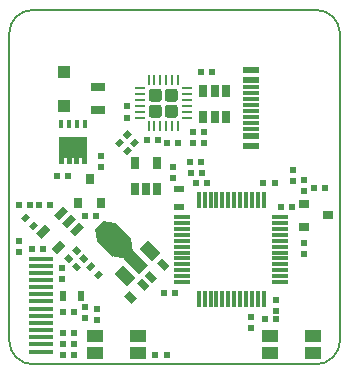
<source format=gtp>
G04 #@! TF.GenerationSoftware,KiCad,Pcbnew,5.1.5-52549c5~84~ubuntu19.10.1*
G04 #@! TF.CreationDate,2020-03-01T19:43:28+01:00*
G04 #@! TF.ProjectId,C245,43323435-2e6b-4696-9361-645f70636258,rev?*
G04 #@! TF.SameCoordinates,Original*
G04 #@! TF.FileFunction,Paste,Top*
G04 #@! TF.FilePolarity,Positive*
%FSLAX46Y46*%
G04 Gerber Fmt 4.6, Leading zero omitted, Abs format (unit mm)*
G04 Created by KiCad (PCBNEW 5.1.5-52549c5~84~ubuntu19.10.1) date 2020-03-01 19:43:28*
%MOMM*%
%LPD*%
G04 APERTURE LIST*
%ADD10C,0.150000*%
%ADD11R,0.250000X0.825000*%
%ADD12R,0.825000X0.250000*%
%ADD13C,0.100000*%
%ADD14R,0.600000X0.900000*%
%ADD15R,1.400000X1.050000*%
%ADD16R,1.475000X0.300000*%
%ADD17R,0.300000X1.475000*%
%ADD18R,0.500000X0.600000*%
%ADD19R,0.600000X0.500000*%
%ADD20R,1.300000X0.700000*%
%ADD21R,0.900000X0.600000*%
%ADD22R,0.650000X1.060000*%
%ADD23R,0.900000X0.800000*%
%ADD24R,0.420000X0.700000*%
%ADD25R,0.800000X0.900000*%
%ADD26R,2.000000X0.320000*%
%ADD27R,1.450000X0.600000*%
%ADD28R,1.450000X0.300000*%
%ADD29R,1.100000X1.100000*%
G04 APERTURE END LIST*
D10*
X88000000Y-120000001D02*
G75*
G02X85999999Y-118000000I0J2000001D01*
G01*
X114000001Y-118000000D02*
G75*
G02X112000000Y-120000001I-2000001J0D01*
G01*
X112000000Y-89999999D02*
G75*
G02X114000001Y-92000000I0J-2000001D01*
G01*
X86000000Y-92000000D02*
G75*
G02X88000000Y-90000000I2000000J0D01*
G01*
X86000000Y-92000000D02*
X85999999Y-118000000D01*
X112000000Y-90000000D02*
X88000000Y-90000000D01*
X114000000Y-118000000D02*
X114000000Y-92000000D01*
X88000000Y-120000001D02*
X112000000Y-120000001D01*
G36*
X91900000Y-101200000D02*
G01*
X91900000Y-102200000D01*
X90900000Y-102200000D01*
X90900000Y-101200000D01*
X91900000Y-101200000D01*
G37*
X91900000Y-101200000D02*
X91900000Y-102200000D01*
X90900000Y-102200000D01*
X90900000Y-101200000D01*
X91900000Y-101200000D01*
D11*
X100300000Y-99862500D03*
X99800000Y-99862500D03*
X99300000Y-99862500D03*
X98800000Y-99862500D03*
X98300000Y-99862500D03*
X97800000Y-99862500D03*
D12*
X97087500Y-99150000D03*
X97087500Y-98650000D03*
X97087500Y-98150000D03*
X97087500Y-97650000D03*
X97087500Y-97150000D03*
X97087500Y-96650000D03*
D11*
X97800000Y-95937500D03*
X98300000Y-95937500D03*
X98800000Y-95937500D03*
X99300000Y-95937500D03*
X99800000Y-95937500D03*
X100300000Y-95937500D03*
D12*
X101012500Y-96650000D03*
X101012500Y-97150000D03*
X101012500Y-97650000D03*
X101012500Y-98150000D03*
X101012500Y-98650000D03*
X101012500Y-99150000D03*
D13*
G36*
X98694504Y-96681204D02*
G01*
X98718773Y-96684804D01*
X98742571Y-96690765D01*
X98765671Y-96699030D01*
X98787849Y-96709520D01*
X98808893Y-96722133D01*
X98828598Y-96736747D01*
X98846777Y-96753223D01*
X98863253Y-96771402D01*
X98877867Y-96791107D01*
X98890480Y-96812151D01*
X98900970Y-96834329D01*
X98909235Y-96857429D01*
X98915196Y-96881227D01*
X98918796Y-96905496D01*
X98920000Y-96930000D01*
X98920000Y-97520000D01*
X98918796Y-97544504D01*
X98915196Y-97568773D01*
X98909235Y-97592571D01*
X98900970Y-97615671D01*
X98890480Y-97637849D01*
X98877867Y-97658893D01*
X98863253Y-97678598D01*
X98846777Y-97696777D01*
X98828598Y-97713253D01*
X98808893Y-97727867D01*
X98787849Y-97740480D01*
X98765671Y-97750970D01*
X98742571Y-97759235D01*
X98718773Y-97765196D01*
X98694504Y-97768796D01*
X98670000Y-97770000D01*
X98080000Y-97770000D01*
X98055496Y-97768796D01*
X98031227Y-97765196D01*
X98007429Y-97759235D01*
X97984329Y-97750970D01*
X97962151Y-97740480D01*
X97941107Y-97727867D01*
X97921402Y-97713253D01*
X97903223Y-97696777D01*
X97886747Y-97678598D01*
X97872133Y-97658893D01*
X97859520Y-97637849D01*
X97849030Y-97615671D01*
X97840765Y-97592571D01*
X97834804Y-97568773D01*
X97831204Y-97544504D01*
X97830000Y-97520000D01*
X97830000Y-96930000D01*
X97831204Y-96905496D01*
X97834804Y-96881227D01*
X97840765Y-96857429D01*
X97849030Y-96834329D01*
X97859520Y-96812151D01*
X97872133Y-96791107D01*
X97886747Y-96771402D01*
X97903223Y-96753223D01*
X97921402Y-96736747D01*
X97941107Y-96722133D01*
X97962151Y-96709520D01*
X97984329Y-96699030D01*
X98007429Y-96690765D01*
X98031227Y-96684804D01*
X98055496Y-96681204D01*
X98080000Y-96680000D01*
X98670000Y-96680000D01*
X98694504Y-96681204D01*
G37*
G36*
X98694504Y-98031204D02*
G01*
X98718773Y-98034804D01*
X98742571Y-98040765D01*
X98765671Y-98049030D01*
X98787849Y-98059520D01*
X98808893Y-98072133D01*
X98828598Y-98086747D01*
X98846777Y-98103223D01*
X98863253Y-98121402D01*
X98877867Y-98141107D01*
X98890480Y-98162151D01*
X98900970Y-98184329D01*
X98909235Y-98207429D01*
X98915196Y-98231227D01*
X98918796Y-98255496D01*
X98920000Y-98280000D01*
X98920000Y-98870000D01*
X98918796Y-98894504D01*
X98915196Y-98918773D01*
X98909235Y-98942571D01*
X98900970Y-98965671D01*
X98890480Y-98987849D01*
X98877867Y-99008893D01*
X98863253Y-99028598D01*
X98846777Y-99046777D01*
X98828598Y-99063253D01*
X98808893Y-99077867D01*
X98787849Y-99090480D01*
X98765671Y-99100970D01*
X98742571Y-99109235D01*
X98718773Y-99115196D01*
X98694504Y-99118796D01*
X98670000Y-99120000D01*
X98080000Y-99120000D01*
X98055496Y-99118796D01*
X98031227Y-99115196D01*
X98007429Y-99109235D01*
X97984329Y-99100970D01*
X97962151Y-99090480D01*
X97941107Y-99077867D01*
X97921402Y-99063253D01*
X97903223Y-99046777D01*
X97886747Y-99028598D01*
X97872133Y-99008893D01*
X97859520Y-98987849D01*
X97849030Y-98965671D01*
X97840765Y-98942571D01*
X97834804Y-98918773D01*
X97831204Y-98894504D01*
X97830000Y-98870000D01*
X97830000Y-98280000D01*
X97831204Y-98255496D01*
X97834804Y-98231227D01*
X97840765Y-98207429D01*
X97849030Y-98184329D01*
X97859520Y-98162151D01*
X97872133Y-98141107D01*
X97886747Y-98121402D01*
X97903223Y-98103223D01*
X97921402Y-98086747D01*
X97941107Y-98072133D01*
X97962151Y-98059520D01*
X97984329Y-98049030D01*
X98007429Y-98040765D01*
X98031227Y-98034804D01*
X98055496Y-98031204D01*
X98080000Y-98030000D01*
X98670000Y-98030000D01*
X98694504Y-98031204D01*
G37*
G36*
X100044504Y-96681204D02*
G01*
X100068773Y-96684804D01*
X100092571Y-96690765D01*
X100115671Y-96699030D01*
X100137849Y-96709520D01*
X100158893Y-96722133D01*
X100178598Y-96736747D01*
X100196777Y-96753223D01*
X100213253Y-96771402D01*
X100227867Y-96791107D01*
X100240480Y-96812151D01*
X100250970Y-96834329D01*
X100259235Y-96857429D01*
X100265196Y-96881227D01*
X100268796Y-96905496D01*
X100270000Y-96930000D01*
X100270000Y-97520000D01*
X100268796Y-97544504D01*
X100265196Y-97568773D01*
X100259235Y-97592571D01*
X100250970Y-97615671D01*
X100240480Y-97637849D01*
X100227867Y-97658893D01*
X100213253Y-97678598D01*
X100196777Y-97696777D01*
X100178598Y-97713253D01*
X100158893Y-97727867D01*
X100137849Y-97740480D01*
X100115671Y-97750970D01*
X100092571Y-97759235D01*
X100068773Y-97765196D01*
X100044504Y-97768796D01*
X100020000Y-97770000D01*
X99430000Y-97770000D01*
X99405496Y-97768796D01*
X99381227Y-97765196D01*
X99357429Y-97759235D01*
X99334329Y-97750970D01*
X99312151Y-97740480D01*
X99291107Y-97727867D01*
X99271402Y-97713253D01*
X99253223Y-97696777D01*
X99236747Y-97678598D01*
X99222133Y-97658893D01*
X99209520Y-97637849D01*
X99199030Y-97615671D01*
X99190765Y-97592571D01*
X99184804Y-97568773D01*
X99181204Y-97544504D01*
X99180000Y-97520000D01*
X99180000Y-96930000D01*
X99181204Y-96905496D01*
X99184804Y-96881227D01*
X99190765Y-96857429D01*
X99199030Y-96834329D01*
X99209520Y-96812151D01*
X99222133Y-96791107D01*
X99236747Y-96771402D01*
X99253223Y-96753223D01*
X99271402Y-96736747D01*
X99291107Y-96722133D01*
X99312151Y-96709520D01*
X99334329Y-96699030D01*
X99357429Y-96690765D01*
X99381227Y-96684804D01*
X99405496Y-96681204D01*
X99430000Y-96680000D01*
X100020000Y-96680000D01*
X100044504Y-96681204D01*
G37*
G36*
X100044504Y-98031204D02*
G01*
X100068773Y-98034804D01*
X100092571Y-98040765D01*
X100115671Y-98049030D01*
X100137849Y-98059520D01*
X100158893Y-98072133D01*
X100178598Y-98086747D01*
X100196777Y-98103223D01*
X100213253Y-98121402D01*
X100227867Y-98141107D01*
X100240480Y-98162151D01*
X100250970Y-98184329D01*
X100259235Y-98207429D01*
X100265196Y-98231227D01*
X100268796Y-98255496D01*
X100270000Y-98280000D01*
X100270000Y-98870000D01*
X100268796Y-98894504D01*
X100265196Y-98918773D01*
X100259235Y-98942571D01*
X100250970Y-98965671D01*
X100240480Y-98987849D01*
X100227867Y-99008893D01*
X100213253Y-99028598D01*
X100196777Y-99046777D01*
X100178598Y-99063253D01*
X100158893Y-99077867D01*
X100137849Y-99090480D01*
X100115671Y-99100970D01*
X100092571Y-99109235D01*
X100068773Y-99115196D01*
X100044504Y-99118796D01*
X100020000Y-99120000D01*
X99430000Y-99120000D01*
X99405496Y-99118796D01*
X99381227Y-99115196D01*
X99357429Y-99109235D01*
X99334329Y-99100970D01*
X99312151Y-99090480D01*
X99291107Y-99077867D01*
X99271402Y-99063253D01*
X99253223Y-99046777D01*
X99236747Y-99028598D01*
X99222133Y-99008893D01*
X99209520Y-98987849D01*
X99199030Y-98965671D01*
X99190765Y-98942571D01*
X99184804Y-98918773D01*
X99181204Y-98894504D01*
X99180000Y-98870000D01*
X99180000Y-98280000D01*
X99181204Y-98255496D01*
X99184804Y-98231227D01*
X99190765Y-98207429D01*
X99199030Y-98184329D01*
X99209520Y-98162151D01*
X99222133Y-98141107D01*
X99236747Y-98121402D01*
X99253223Y-98103223D01*
X99271402Y-98086747D01*
X99291107Y-98072133D01*
X99312151Y-98059520D01*
X99334329Y-98049030D01*
X99357429Y-98040765D01*
X99381227Y-98034804D01*
X99405496Y-98031204D01*
X99430000Y-98030000D01*
X100020000Y-98030000D01*
X100044504Y-98031204D01*
G37*
D14*
X90550000Y-114200000D03*
X92050000Y-114200000D03*
D15*
X93300000Y-119020000D03*
X96900000Y-119020000D03*
X93300000Y-117580000D03*
X96900000Y-117580000D03*
X108100000Y-119020000D03*
X111700000Y-119020000D03*
X108100000Y-117580000D03*
X111700000Y-117580000D03*
D16*
X100637500Y-113050000D03*
X100637500Y-112550000D03*
X100637500Y-112050000D03*
X100637500Y-111550000D03*
X100637500Y-111050000D03*
X100637500Y-110550000D03*
X100637500Y-110050000D03*
X100637500Y-109550000D03*
X100637500Y-109050000D03*
X100637500Y-108550000D03*
X100637500Y-108050000D03*
X100637500Y-107550000D03*
D17*
X102050000Y-106137500D03*
X102550000Y-106137500D03*
X103050000Y-106137500D03*
X103550000Y-106137500D03*
X104050000Y-106137500D03*
X104550000Y-106137500D03*
X105050000Y-106137500D03*
X105550000Y-106137500D03*
X106050000Y-106137500D03*
X106550000Y-106137500D03*
X107050000Y-106137500D03*
X107550000Y-106137500D03*
D16*
X108962500Y-107550000D03*
X108962500Y-108050000D03*
X108962500Y-108550000D03*
X108962500Y-109050000D03*
X108962500Y-109550000D03*
X108962500Y-110050000D03*
X108962500Y-110550000D03*
X108962500Y-111050000D03*
X108962500Y-111550000D03*
X108962500Y-112050000D03*
X108962500Y-112550000D03*
X108962500Y-113050000D03*
D17*
X107550000Y-114462500D03*
X107050000Y-114462500D03*
X106550000Y-114462500D03*
X106050000Y-114462500D03*
X105550000Y-114462500D03*
X105050000Y-114462500D03*
X104550000Y-114462500D03*
X104050000Y-114462500D03*
X103550000Y-114462500D03*
X103050000Y-114462500D03*
X102550000Y-114462500D03*
X102050000Y-114462500D03*
D18*
X91470000Y-115600000D03*
X90530000Y-115600000D03*
D19*
X96000000Y-98180000D03*
X96000000Y-99120000D03*
D20*
X93550000Y-98450000D03*
X93550000Y-96550000D03*
D13*
G36*
X95706569Y-101182305D02*
G01*
X95282305Y-101606569D01*
X94928751Y-101253015D01*
X95353015Y-100828751D01*
X95706569Y-101182305D01*
G37*
G36*
X96371249Y-101846985D02*
G01*
X95946985Y-102271249D01*
X95593431Y-101917695D01*
X96017695Y-101493431D01*
X96371249Y-101846985D01*
G37*
G36*
X96243431Y-101267695D02*
G01*
X96667695Y-100843431D01*
X97021249Y-101196985D01*
X96596985Y-101621249D01*
X96243431Y-101267695D01*
G37*
G36*
X95578751Y-100603015D02*
G01*
X96003015Y-100178751D01*
X96356569Y-100532305D01*
X95932305Y-100956569D01*
X95578751Y-100603015D01*
G37*
D18*
X90080000Y-104050000D03*
X91020000Y-104050000D03*
D19*
X111000000Y-109730000D03*
X111000000Y-110670000D03*
D18*
X89470000Y-106500000D03*
X88530000Y-106500000D03*
D13*
G36*
X87643431Y-108267695D02*
G01*
X88067695Y-107843431D01*
X88421249Y-108196985D01*
X87996985Y-108621249D01*
X87643431Y-108267695D01*
G37*
G36*
X86978751Y-107603015D02*
G01*
X87403015Y-107178751D01*
X87756569Y-107532305D01*
X87332305Y-107956569D01*
X86978751Y-107603015D01*
G37*
G36*
X92367695Y-111456569D02*
G01*
X91943431Y-111032305D01*
X92296985Y-110678751D01*
X92721249Y-111103015D01*
X92367695Y-111456569D01*
G37*
G36*
X91703015Y-112121249D02*
G01*
X91278751Y-111696985D01*
X91632305Y-111343431D01*
X92056569Y-111767695D01*
X91703015Y-112121249D01*
G37*
G36*
X93193431Y-112417695D02*
G01*
X93617695Y-111993431D01*
X93971249Y-112346985D01*
X93546985Y-112771249D01*
X93193431Y-112417695D01*
G37*
G36*
X92528751Y-111753015D02*
G01*
X92953015Y-111328751D01*
X93306569Y-111682305D01*
X92882305Y-112106569D01*
X92528751Y-111753015D01*
G37*
D19*
X93400000Y-115330000D03*
X93400000Y-116270000D03*
X93800000Y-103270000D03*
X93800000Y-102330000D03*
D18*
X91470000Y-117400000D03*
X90530000Y-117400000D03*
D19*
X92400000Y-115130000D03*
X92400000Y-116070000D03*
D18*
X92430000Y-107450000D03*
X93370000Y-107450000D03*
D19*
X99900000Y-104220000D03*
X99900000Y-103280000D03*
D18*
X102230000Y-95300000D03*
X103170000Y-95300000D03*
X108470000Y-104650000D03*
X107530000Y-104650000D03*
X98380000Y-119250000D03*
X99320000Y-119250000D03*
X101380000Y-103800000D03*
X102320000Y-103800000D03*
X101280000Y-102900000D03*
X102220000Y-102900000D03*
D19*
X110950000Y-104430000D03*
X110950000Y-105370000D03*
X110000000Y-104470000D03*
X110000000Y-103530000D03*
D18*
X108570000Y-116200000D03*
X107630000Y-116200000D03*
X101530000Y-100300000D03*
X102470000Y-100300000D03*
X102520000Y-101250000D03*
X101580000Y-101250000D03*
X98570000Y-101050000D03*
X97630000Y-101050000D03*
X112770000Y-105100000D03*
X111830000Y-105100000D03*
X87770000Y-106500000D03*
X86830000Y-106500000D03*
D13*
G36*
X91767695Y-110756569D02*
G01*
X91343431Y-110332305D01*
X91696985Y-109978751D01*
X92121249Y-110403015D01*
X91767695Y-110756569D01*
G37*
G36*
X91103015Y-111421249D02*
G01*
X90678751Y-110996985D01*
X91032305Y-110643431D01*
X91456569Y-111067695D01*
X91103015Y-111421249D01*
G37*
D18*
X91470000Y-119200000D03*
X90530000Y-119200000D03*
D19*
X86800000Y-109580000D03*
X86800000Y-110520000D03*
D18*
X91470000Y-118300000D03*
X90530000Y-118300000D03*
D19*
X90500000Y-112770000D03*
X90500000Y-111830000D03*
D21*
X100350000Y-106650000D03*
X100350000Y-105150000D03*
D19*
X106500000Y-116970000D03*
X106500000Y-116030000D03*
D18*
X87930000Y-110250000D03*
X88870000Y-110250000D03*
X99380000Y-101300000D03*
X100320000Y-101300000D03*
X99130000Y-114000000D03*
X100070000Y-114000000D03*
X108980000Y-106650000D03*
X109920000Y-106650000D03*
D13*
G36*
X97863604Y-112100000D02*
G01*
X98500000Y-112736396D01*
X98075736Y-113160660D01*
X97439340Y-112524264D01*
X97863604Y-112100000D01*
G37*
G36*
X98924264Y-111039340D02*
G01*
X99560660Y-111675736D01*
X99136396Y-112100000D01*
X98500000Y-111463604D01*
X98924264Y-111039340D01*
G37*
D18*
X102720000Y-104650000D03*
X101780000Y-104650000D03*
D19*
X108550000Y-115520000D03*
X108550000Y-114580000D03*
D13*
G36*
X97436396Y-113800000D02*
G01*
X96800000Y-113163604D01*
X97224264Y-112739340D01*
X97860660Y-113375736D01*
X97436396Y-113800000D01*
G37*
G36*
X96375736Y-114860660D02*
G01*
X95739340Y-114224264D01*
X96163604Y-113800000D01*
X96800000Y-114436396D01*
X96375736Y-114860660D01*
G37*
D22*
X96650000Y-103000000D03*
X98550000Y-103000000D03*
X98550000Y-105200000D03*
X97600000Y-105200000D03*
X96650000Y-105200000D03*
D23*
X113000000Y-107400000D03*
X111000000Y-108350000D03*
X111000000Y-106450000D03*
D13*
G36*
X90332825Y-109494562D02*
G01*
X90792444Y-109954181D01*
X90042911Y-110703714D01*
X89583292Y-110244095D01*
X90332825Y-109494562D01*
G37*
G36*
X88989322Y-108151059D02*
G01*
X89448941Y-108610678D01*
X88699408Y-109360211D01*
X88239789Y-108900592D01*
X88989322Y-108151059D01*
G37*
G36*
X90544957Y-106595424D02*
G01*
X91004576Y-107055043D01*
X90255043Y-107804576D01*
X89795424Y-107344957D01*
X90544957Y-106595424D01*
G37*
G36*
X91216708Y-107267176D02*
G01*
X91676327Y-107726795D01*
X90926794Y-108476328D01*
X90467175Y-108016709D01*
X91216708Y-107267176D01*
G37*
G36*
X91888460Y-107938927D02*
G01*
X92348079Y-108398546D01*
X91598546Y-109148079D01*
X91138927Y-108688460D01*
X91888460Y-107938927D01*
G37*
G36*
X96278146Y-109322511D02*
G01*
X96490278Y-110524593D01*
X95924593Y-111090278D01*
X94722511Y-110878146D01*
X96278146Y-109322511D01*
G37*
G36*
X94729794Y-110885429D02*
G01*
X93428717Y-109584352D01*
X94984352Y-108028717D01*
X96285429Y-109329794D01*
X94729794Y-110885429D01*
G37*
G36*
X98083955Y-111269741D02*
G01*
X97023295Y-110209081D01*
X97730401Y-109501975D01*
X98791061Y-110562635D01*
X98083955Y-111269741D01*
G37*
G36*
X97025770Y-112332876D02*
G01*
X95752978Y-111060084D01*
X96460084Y-110352978D01*
X97732876Y-111625770D01*
X97025770Y-112332876D01*
G37*
G36*
X95962635Y-113391061D02*
G01*
X94901975Y-112330401D01*
X95609081Y-111623295D01*
X96669741Y-112683955D01*
X95962635Y-113391061D01*
G37*
G36*
X93436849Y-109592484D02*
G01*
X93260072Y-108567179D01*
X93967179Y-107860072D01*
X94992484Y-108036849D01*
X93436849Y-109592484D01*
G37*
D22*
X103400000Y-99100000D03*
X104350000Y-99100000D03*
X102450000Y-99100000D03*
X102450000Y-96900000D03*
X103400000Y-96900000D03*
X104350000Y-96900000D03*
D24*
X92375000Y-99700000D03*
X91075000Y-99700000D03*
X91725000Y-99700000D03*
X90425000Y-99700000D03*
D13*
G36*
X92165000Y-103050000D02*
G01*
X92165000Y-102510000D01*
X91935000Y-102510000D01*
X91935000Y-103050000D01*
X91515000Y-103050000D01*
X91515000Y-102510000D01*
X91285000Y-102510000D01*
X91285000Y-103050000D01*
X90865000Y-103050000D01*
X90865000Y-102510000D01*
X90635000Y-102510000D01*
X90635000Y-103050000D01*
X90215000Y-103050000D01*
X90215000Y-100800000D01*
X92585000Y-100800000D01*
X92585000Y-103050000D01*
X92165000Y-103050000D01*
G37*
D25*
X92800000Y-104350000D03*
X93750000Y-106350000D03*
X91850000Y-106350000D03*
D26*
X88700000Y-111050776D03*
X88700000Y-111656929D03*
X88700000Y-112263082D03*
X88700000Y-112869235D03*
X88700000Y-113475388D03*
X88700000Y-114081541D03*
X88700000Y-114687694D03*
X88700000Y-115293847D03*
X88700000Y-115900000D03*
X88700000Y-116506153D03*
X88700000Y-117112306D03*
X88700000Y-117718459D03*
X88700000Y-118324612D03*
X88700000Y-118930776D03*
D27*
X106500000Y-100700000D03*
X106500000Y-95900000D03*
X106500000Y-95100000D03*
X106500000Y-101500000D03*
X106500000Y-95100000D03*
X106500000Y-95900000D03*
D28*
X106500000Y-96550000D03*
X106500000Y-97050000D03*
X106500000Y-97550000D03*
X106500000Y-98050000D03*
X106500000Y-98550000D03*
X106500000Y-99050000D03*
X106500000Y-99550000D03*
X106500000Y-100050000D03*
D27*
X106500000Y-100700000D03*
X106500000Y-101500000D03*
D29*
X90600000Y-95300000D03*
X90600000Y-98100000D03*
M02*

</source>
